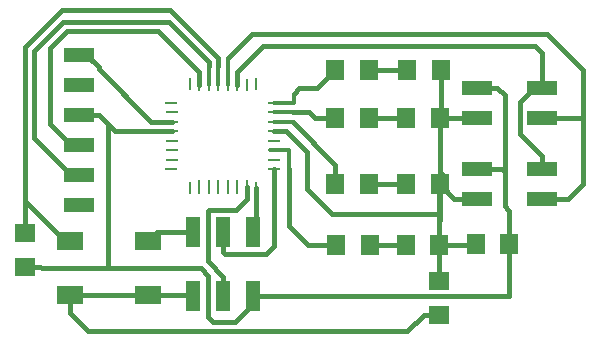
<source format=gbr>
G04 #@! TF.GenerationSoftware,KiCad,Pcbnew,(5.0.1)-3*
G04 #@! TF.CreationDate,2018-12-03T15:04:24-05:00*
G04 #@! TF.ProjectId,dxh.i2c,6478682E6932632E6B696361645F7063,rev?*
G04 #@! TF.SameCoordinates,Original*
G04 #@! TF.FileFunction,Copper,L1,Top,Signal*
G04 #@! TF.FilePolarity,Positive*
%FSLAX46Y46*%
G04 Gerber Fmt 4.6, Leading zero omitted, Abs format (unit mm)*
G04 Created by KiCad (PCBNEW (5.0.1)-3) date 12/3/2018 3:04:24 PM*
%MOMM*%
%LPD*%
G01*
G04 APERTURE LIST*
G04 #@! TA.AperFunction,SMDPad,CuDef*
%ADD10R,2.540000X1.270000*%
G04 #@! TD*
G04 #@! TA.AperFunction,SMDPad,CuDef*
%ADD11R,2.286000X1.524000*%
G04 #@! TD*
G04 #@! TA.AperFunction,SMDPad,CuDef*
%ADD12R,1.800860X1.597660*%
G04 #@! TD*
G04 #@! TA.AperFunction,SMDPad,CuDef*
%ADD13R,1.597660X1.798320*%
G04 #@! TD*
G04 #@! TA.AperFunction,SMDPad,CuDef*
%ADD14R,1.270000X2.540000*%
G04 #@! TD*
G04 #@! TA.AperFunction,SMDPad,CuDef*
%ADD15R,1.597660X1.800860*%
G04 #@! TD*
G04 #@! TA.AperFunction,SMDPad,CuDef*
%ADD16R,1.117600X0.260000*%
G04 #@! TD*
G04 #@! TA.AperFunction,SMDPad,CuDef*
%ADD17R,0.260000X1.117600*%
G04 #@! TD*
G04 #@! TA.AperFunction,SMDPad,CuDef*
%ADD18R,0.260000X1.270000*%
G04 #@! TD*
G04 #@! TA.AperFunction,Conductor*
%ADD19C,0.400000*%
G04 #@! TD*
G04 #@! TA.AperFunction,Conductor*
%ADD20C,0.320000*%
G04 #@! TD*
G04 APERTURE END LIST*
D10*
G04 #@! TO.P,J4,4*
G04 #@! TO.N,+5V*
X282150074Y-130018648D03*
G04 #@! TO.P,J4,3*
G04 #@! TO.N,/SDA*
X287608534Y-130018648D03*
G04 #@! TO.P,J4,2*
G04 #@! TO.N,Earth*
X282150074Y-132558648D03*
G04 #@! TO.P,J4,1*
G04 #@! TO.N,/SCL*
X287608534Y-132558648D03*
G04 #@! TD*
D11*
G04 #@! TO.P,S1,1*
G04 #@! TO.N,/RESET*
X247650000Y-143002000D03*
G04 #@! TO.P,S1,2*
X254254000Y-143002000D03*
G04 #@! TO.P,S1,3*
G04 #@! TO.N,Earth*
X247650000Y-147574000D03*
G04 #@! TO.P,S1,4*
X254254000Y-147574000D03*
G04 #@! TD*
D12*
G04 #@! TO.P,10k1,1*
G04 #@! TO.N,+5V*
X243840000Y-145183860D03*
G04 #@! TO.P,10k1,2*
G04 #@! TO.N,/RESET*
X243840000Y-142344140D03*
G04 #@! TD*
D13*
G04 #@! TO.P,C1,2*
G04 #@! TO.N,Earth*
X282064460Y-143256000D03*
G04 #@! TO.P,C1,1*
G04 #@! TO.N,+5V*
X284863540Y-143256000D03*
G04 #@! TD*
D14*
G04 #@! TO.P,J2,1*
G04 #@! TO.N,/MISO*
X263144000Y-142240000D03*
G04 #@! TO.P,J2,2*
G04 #@! TO.N,+5V*
X263144000Y-147698460D03*
G04 #@! TO.P,J2,3*
G04 #@! TO.N,/SCK*
X260604000Y-142240000D03*
G04 #@! TO.P,J2,4*
G04 #@! TO.N,/MOSI*
X260604000Y-147698460D03*
G04 #@! TO.P,J2,5*
G04 #@! TO.N,/RESET*
X258064000Y-142240000D03*
G04 #@! TO.P,J2,6*
G04 #@! TO.N,Earth*
X258064000Y-147698460D03*
G04 #@! TD*
D10*
G04 #@! TO.P,J3,4*
G04 #@! TO.N,+5V*
X282150074Y-136876648D03*
G04 #@! TO.P,J3,3*
G04 #@! TO.N,/SDA*
X287608534Y-136876648D03*
G04 #@! TO.P,J3,2*
G04 #@! TO.N,Earth*
X282150074Y-139416648D03*
G04 #@! TO.P,J3,1*
G04 #@! TO.N,/SCL*
X287608534Y-139416648D03*
G04 #@! TD*
G04 #@! TO.P,M2,1*
G04 #@! TO.N,Earth*
X248412000Y-127254000D03*
G04 #@! TO.P,M2,2*
G04 #@! TO.N,Net-(M2-Pad2)*
X248412000Y-129794000D03*
G04 #@! TO.P,M2,3*
G04 #@! TO.N,+5V*
X248412000Y-132334000D03*
G04 #@! TO.P,M2,4*
G04 #@! TO.N,/TX*
X248412000Y-134874000D03*
G04 #@! TO.P,M2,5*
G04 #@! TO.N,/RX*
X248412000Y-137414000D03*
G04 #@! TO.P,M2,6*
G04 #@! TO.N,Net-(M2-Pad6)*
X248412000Y-139954000D03*
G04 #@! TD*
D15*
G04 #@! TO.P,D2,2*
G04 #@! TO.N,Net-(D2-Pad2)*
X276107328Y-138202546D03*
G04 #@! TO.P,D2,1*
G04 #@! TO.N,Earth*
X278947048Y-138202546D03*
G04 #@! TD*
G04 #@! TO.P,D3,1*
G04 #@! TO.N,Earth*
X278947048Y-132614546D03*
G04 #@! TO.P,D3,2*
G04 #@! TO.N,Net-(D3-Pad2)*
X276107328Y-132614546D03*
G04 #@! TD*
G04 #@! TO.P,R2,1*
G04 #@! TO.N,/LED1*
X270183216Y-143309092D03*
G04 #@! TO.P,R2,2*
G04 #@! TO.N,Net-(D1-Pad2)*
X273022936Y-143309092D03*
G04 #@! TD*
G04 #@! TO.P,D1,1*
G04 #@! TO.N,Earth*
X278910656Y-143309092D03*
G04 #@! TO.P,D1,2*
G04 #@! TO.N,Net-(D1-Pad2)*
X276070936Y-143309092D03*
G04 #@! TD*
G04 #@! TO.P,D4,2*
G04 #@! TO.N,Net-(D4-Pad2)*
X276211468Y-128550546D03*
G04 #@! TO.P,D4,1*
G04 #@! TO.N,Earth*
X279051188Y-128550546D03*
G04 #@! TD*
G04 #@! TO.P,R3,1*
G04 #@! TO.N,/LED2*
X270115468Y-138202546D03*
G04 #@! TO.P,R3,2*
G04 #@! TO.N,Net-(D2-Pad2)*
X272955188Y-138202546D03*
G04 #@! TD*
G04 #@! TO.P,R4,2*
G04 #@! TO.N,Net-(D3-Pad2)*
X272955188Y-132614546D03*
G04 #@! TO.P,R4,1*
G04 #@! TO.N,/LED3*
X270115468Y-132614546D03*
G04 #@! TD*
G04 #@! TO.P,R5,1*
G04 #@! TO.N,/LED4*
X270115468Y-128550546D03*
G04 #@! TO.P,R5,2*
G04 #@! TO.N,Net-(D4-Pad2)*
X272955188Y-128550546D03*
G04 #@! TD*
D16*
G04 #@! TO.P,IC1,1*
G04 #@! TO.N,Net-(IC1-Pad1)*
X256237740Y-131312920D03*
G04 #@! TO.P,IC1,2*
G04 #@! TO.N,Net-(IC1-Pad2)*
X256311400Y-132113020D03*
G04 #@! TO.P,IC1,3*
G04 #@! TO.N,Earth*
X256311400Y-132913120D03*
G04 #@! TO.P,IC1,4*
G04 #@! TO.N,+5V*
X256311400Y-133713220D03*
G04 #@! TO.P,IC1,5*
G04 #@! TO.N,Earth*
X256311400Y-134510780D03*
G04 #@! TO.P,IC1,6*
G04 #@! TO.N,+5V*
X256311400Y-135310880D03*
G04 #@! TO.P,IC1,7*
G04 #@! TO.N,Net-(IC1-Pad7)*
X256311400Y-136110980D03*
G04 #@! TO.P,IC1,8*
G04 #@! TO.N,Net-(IC1-Pad8)*
X256237740Y-136911080D03*
D17*
G04 #@! TO.P,IC1,9*
G04 #@! TO.N,Net-(IC1-Pad9)*
X257804920Y-138478260D03*
D18*
G04 #@! TO.P,IC1,10*
G04 #@! TO.N,Net-(IC1-Pad10)*
X258605020Y-138404600D03*
G04 #@! TO.P,IC1,11*
G04 #@! TO.N,Net-(IC1-Pad11)*
X259405120Y-138404600D03*
G04 #@! TO.P,IC1,12*
G04 #@! TO.N,Net-(IC1-Pad12)*
X260205220Y-138404600D03*
G04 #@! TO.P,IC1,13*
G04 #@! TO.N,Net-(IC1-Pad13)*
X261002780Y-138404600D03*
G04 #@! TO.P,IC1,14*
G04 #@! TO.N,Net-(IC1-Pad14)*
X261802880Y-138404600D03*
G04 #@! TO.P,IC1,15*
G04 #@! TO.N,/MOSI*
X262602980Y-138404600D03*
D17*
G04 #@! TO.P,IC1,16*
G04 #@! TO.N,/MISO*
X263403080Y-138478260D03*
D16*
G04 #@! TO.P,IC1,17*
G04 #@! TO.N,/SCK*
X264970260Y-136911080D03*
G04 #@! TO.P,IC1,18*
G04 #@! TO.N,Net-(IC1-Pad18)*
X264896600Y-136110980D03*
G04 #@! TO.P,IC1,19*
G04 #@! TO.N,/LED1*
X264896600Y-135310880D03*
G04 #@! TO.P,IC1,20*
G04 #@! TO.N,Net-(IC1-Pad20)*
X264896600Y-134510780D03*
G04 #@! TO.P,IC1,21*
G04 #@! TO.N,Earth*
X264896600Y-133713220D03*
G04 #@! TO.P,IC1,22*
G04 #@! TO.N,/LED2*
X264896600Y-132913120D03*
G04 #@! TO.P,IC1,23*
G04 #@! TO.N,/LED3*
X264896600Y-132113020D03*
G04 #@! TO.P,IC1,24*
G04 #@! TO.N,/LED4*
X264970260Y-131312920D03*
D17*
G04 #@! TO.P,IC1,25*
G04 #@! TO.N,Net-(IC1-Pad25)*
X263403080Y-129745740D03*
G04 #@! TO.P,IC1,26*
G04 #@! TO.N,Net-(IC1-Pad26)*
X262602980Y-129819400D03*
G04 #@! TO.P,IC1,27*
G04 #@! TO.N,/SDA*
X261802880Y-129819400D03*
G04 #@! TO.P,IC1,28*
G04 #@! TO.N,/SCL*
X261002780Y-129819400D03*
G04 #@! TO.P,IC1,29*
G04 #@! TO.N,/RESET*
X260205220Y-129819400D03*
G04 #@! TO.P,IC1,30*
G04 #@! TO.N,/RX*
X259405120Y-129819400D03*
G04 #@! TO.P,IC1,31*
G04 #@! TO.N,/TX*
X258605020Y-129819400D03*
G04 #@! TO.P,IC1,32*
G04 #@! TO.N,Net-(IC1-Pad32)*
X257804920Y-129745740D03*
G04 #@! TD*
D12*
G04 #@! TO.P,R1,1*
G04 #@! TO.N,Earth*
X278892000Y-149247860D03*
G04 #@! TO.P,R1,2*
X278892000Y-146408140D03*
G04 #@! TD*
D19*
G04 #@! TO.N,+5V*
X255276400Y-133713220D02*
X256311400Y-133713220D01*
X251461220Y-133713220D02*
X255276400Y-133713220D01*
X248412000Y-132334000D02*
X250082000Y-132334000D01*
X250844000Y-133096000D02*
X251461220Y-133713220D01*
X250082000Y-132334000D02*
X250844000Y-133096000D01*
X263144000Y-148333460D02*
X263144000Y-147698460D01*
X261617460Y-149860000D02*
X263144000Y-148333460D01*
X284480000Y-137160000D02*
X284196648Y-136876648D01*
X284480000Y-130678574D02*
X284480000Y-137160000D01*
X284196648Y-136876648D02*
X282150074Y-136876648D01*
X282150074Y-130018648D02*
X283820074Y-130018648D01*
X283820074Y-130018648D02*
X284480000Y-130678574D01*
X284480000Y-137160000D02*
X284480000Y-140071724D01*
X245244570Y-145288000D02*
X250844000Y-145288000D01*
X245140430Y-145183860D02*
X245244570Y-145288000D01*
X243840000Y-145183860D02*
X245140430Y-145183860D01*
X250844000Y-133096000D02*
X250844000Y-145288000D01*
X284863540Y-140455264D02*
X284863540Y-143256000D01*
X284480000Y-140071724D02*
X284863540Y-140455264D01*
X284863540Y-147693380D02*
X284863540Y-143256000D01*
X263144000Y-147698460D02*
X284858460Y-147698460D01*
X284858460Y-147698460D02*
X284863540Y-147693380D01*
X259780538Y-149860000D02*
X261617460Y-149860000D01*
X259368999Y-149448461D02*
X259780538Y-149860000D01*
X259368999Y-145948459D02*
X259368999Y-149448461D01*
X258708540Y-145288000D02*
X259368999Y-145948459D01*
X250844000Y-145288000D02*
X258708540Y-145288000D01*
D20*
G04 #@! TO.N,/RESET*
X260205220Y-129819400D02*
X260205220Y-128198880D01*
D19*
X255016000Y-142240000D02*
X254254000Y-143002000D01*
X258064000Y-142240000D02*
X255016000Y-142240000D01*
X247650000Y-143002000D02*
X247269000Y-143002000D01*
X256147384Y-123444000D02*
X260205220Y-127501836D01*
X247269000Y-143002000D02*
X243840000Y-139573000D01*
X260205220Y-127501836D02*
X260205220Y-128198880D01*
X243840000Y-126578230D02*
X246974230Y-123444000D01*
X243840000Y-139573000D02*
X243840000Y-126578230D01*
X246974230Y-123444000D02*
X256147384Y-123444000D01*
X243840000Y-139573000D02*
X243840000Y-142344140D01*
G04 #@! TO.N,Earth*
X257939540Y-147574000D02*
X258064000Y-147698460D01*
X254254000Y-147574000D02*
X257939540Y-147574000D01*
X249047000Y-127254000D02*
X248412000Y-127254000D01*
X250082000Y-128289000D02*
X249047000Y-127254000D01*
X250082000Y-128478998D02*
X250082000Y-128289000D01*
X254516122Y-132913120D02*
X250082000Y-128478998D01*
X256311400Y-132913120D02*
X254516122Y-132913120D01*
X248031000Y-147574000D02*
X247650000Y-147574000D01*
X279051188Y-132510406D02*
X278947048Y-132614546D01*
X279051188Y-130074546D02*
X279051188Y-132510406D01*
X278947048Y-135154546D02*
X278947048Y-138202546D01*
X278947048Y-138202546D02*
X278947048Y-141250546D01*
X279400000Y-137639498D02*
X278947048Y-137186546D01*
X279051188Y-130074546D02*
X279051188Y-128550546D01*
X278947048Y-135154546D02*
X278947048Y-132614546D01*
X279002946Y-132558648D02*
X278947048Y-132614546D01*
X282150074Y-132558648D02*
X279002946Y-132558648D01*
X280161150Y-139416648D02*
X278947048Y-138202546D01*
X282150074Y-139416648D02*
X280161150Y-139416648D01*
X278910656Y-138238938D02*
X278947048Y-138202546D01*
X282011368Y-143309092D02*
X282064460Y-143256000D01*
X278910656Y-143309092D02*
X282011368Y-143309092D01*
X249193000Y-147574000D02*
X254254000Y-147574000D01*
X247650000Y-147574000D02*
X249193000Y-147574000D01*
X278892000Y-143327748D02*
X278910656Y-143309092D01*
X278892000Y-146408140D02*
X278892000Y-143327748D01*
X276179420Y-150660010D02*
X249212010Y-150660010D01*
X278892000Y-149247860D02*
X277591570Y-149247860D01*
X277591570Y-149247860D02*
X276179420Y-150660010D01*
X247650000Y-149098000D02*
X247650000Y-147574000D01*
X249212010Y-150660010D02*
X247650000Y-149098000D01*
X269849660Y-140716000D02*
X278910656Y-140716000D01*
X264896600Y-133713220D02*
X265931600Y-133713220D01*
X278910656Y-140716000D02*
X278910656Y-138238938D01*
X278910656Y-143309092D02*
X278910656Y-140716000D01*
X267716000Y-138582340D02*
X269849660Y-140716000D01*
X267716000Y-135497620D02*
X267716000Y-138582340D01*
X265931600Y-133713220D02*
X267716000Y-135497620D01*
G04 #@! TO.N,/MISO*
X263403080Y-141980920D02*
X263144000Y-142240000D01*
X263403080Y-138478260D02*
X263403080Y-141980920D01*
G04 #@! TO.N,/SCK*
X260804001Y-144110001D02*
X264259001Y-144110001D01*
X260604000Y-142240000D02*
X260604000Y-143910000D01*
X260604000Y-143910000D02*
X260804001Y-144110001D01*
X264970260Y-143398742D02*
X264970260Y-136911080D01*
X264259001Y-144110001D02*
X264970260Y-143398742D01*
G04 #@! TO.N,/MOSI*
X259299001Y-144723461D02*
X260604000Y-146028460D01*
X259299001Y-140496999D02*
X259299001Y-144723461D01*
X259426001Y-140369999D02*
X259299001Y-140496999D01*
X261672581Y-140369999D02*
X259426001Y-140369999D01*
X262602980Y-139439600D02*
X261672581Y-140369999D01*
X260604000Y-146028460D02*
X260604000Y-147698460D01*
X262602980Y-138404600D02*
X262602980Y-139439600D01*
D20*
G04 #@! TO.N,/SCL*
X261002780Y-129819400D02*
X261002780Y-128198880D01*
X261002780Y-128198880D02*
X261005230Y-127508000D01*
D19*
X288243534Y-132558648D02*
X287608534Y-132558648D01*
X288243534Y-139416648D02*
X287608534Y-139416648D01*
X291084000Y-128524000D02*
X290068000Y-127508000D01*
X291054648Y-134082648D02*
X291084000Y-134112000D01*
X287608534Y-132558648D02*
X291054648Y-132558648D01*
X287608534Y-139416648D02*
X289843352Y-139416648D01*
X289843352Y-139416648D02*
X291084000Y-138176000D01*
X291084000Y-138176000D02*
X291084000Y-134112000D01*
X261005230Y-127508000D02*
X263037230Y-125476000D01*
X291084000Y-129540000D02*
X291084000Y-128524000D01*
X291084000Y-128524000D02*
X288036000Y-125476000D01*
X263037230Y-125476000D02*
X288036000Y-125476000D01*
X291084000Y-134112000D02*
X291084000Y-129540000D01*
G04 #@! TO.N,/SDA*
X285738533Y-133971647D02*
X287608534Y-135841648D01*
X287608534Y-135841648D02*
X287608534Y-136876648D01*
X285738533Y-131253649D02*
X285738533Y-133971647D01*
X286973534Y-130018648D02*
X285738533Y-131253649D01*
X287608534Y-130018648D02*
X286973534Y-130018648D01*
X287608534Y-127080534D02*
X287608534Y-130018648D01*
X287020000Y-126492000D02*
X287608534Y-127080534D01*
X264037578Y-126492000D02*
X287020000Y-126492000D01*
X261802880Y-129819400D02*
X261802880Y-128726698D01*
X261802880Y-128726698D02*
X264037578Y-126492000D01*
G04 #@! TO.N,/TX*
X248412000Y-134874000D02*
X249047000Y-134874000D01*
X258605020Y-128729238D02*
X258605020Y-129819400D01*
X248412000Y-134874000D02*
X247777000Y-134874000D01*
X247420988Y-125260010D02*
X255135792Y-125260010D01*
X245999000Y-126681998D02*
X247420988Y-125260010D01*
X247777000Y-134874000D02*
X245999000Y-133096000D01*
X245999000Y-133096000D02*
X245999000Y-126681998D01*
X255135792Y-125260010D02*
X258605020Y-128729238D01*
G04 #@! TO.N,/RX*
X256032000Y-124460000D02*
X247089614Y-124460000D01*
D20*
X259405120Y-129819400D02*
X259405120Y-128198880D01*
D19*
X259405120Y-127833120D02*
X256032000Y-124460000D01*
X259405120Y-128198880D02*
X259405120Y-127833120D01*
X244640010Y-126909604D02*
X247089614Y-124460000D01*
X244640010Y-134277010D02*
X244640010Y-126909604D01*
X247777000Y-137414000D02*
X244640010Y-134277010D01*
X248412000Y-137414000D02*
X247777000Y-137414000D01*
D20*
G04 #@! TO.N,/LED1*
X266192000Y-136931400D02*
X266192000Y-135310880D01*
X264571480Y-135310880D02*
X266192000Y-135310880D01*
D19*
X266192000Y-136931400D02*
X266192000Y-141732000D01*
X270183216Y-143207492D02*
X270183216Y-143309092D01*
X266192000Y-141732000D02*
X266230662Y-141732000D01*
X267769092Y-143309092D02*
X270183216Y-143309092D01*
X266192000Y-141732000D02*
X267769092Y-143309092D01*
D20*
G04 #@! TO.N,/LED2*
X266517120Y-132953120D02*
X264896600Y-132913120D01*
D19*
X270115468Y-136551468D02*
X270115468Y-138202546D01*
X266517120Y-132953120D02*
X270115468Y-136551468D01*
D20*
G04 #@! TO.N,/LED3*
X266517120Y-132113020D02*
X264896600Y-132113020D01*
D19*
X266517120Y-132113020D02*
X267866372Y-132113020D01*
X268367898Y-132614546D02*
X267866372Y-132113020D01*
X270115468Y-132614546D02*
X268367898Y-132614546D01*
D20*
G04 #@! TO.N,/LED4*
X266590780Y-131312920D02*
X264970260Y-131312920D01*
D19*
X267072234Y-130074546D02*
X266590780Y-130556000D01*
X268591468Y-130074546D02*
X267072234Y-130074546D01*
D20*
X266590780Y-131312920D02*
X266590780Y-130556000D01*
D19*
X268591468Y-130074546D02*
X270115468Y-128550546D01*
G04 #@! TO.N,Net-(D1-Pad2)*
X276070936Y-143309092D02*
X273022936Y-143309092D01*
G04 #@! TO.N,Net-(D2-Pad2)*
X276107328Y-138202546D02*
X272955188Y-138202546D01*
G04 #@! TO.N,Net-(D3-Pad2)*
X276107328Y-132614546D02*
X272955188Y-132614546D01*
G04 #@! TO.N,Net-(D4-Pad2)*
X276211468Y-128550546D02*
X272955188Y-128550546D01*
G04 #@! TD*
M02*

</source>
